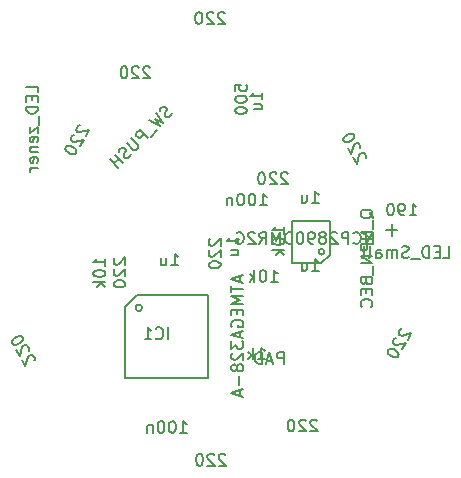
<source format=gbr>
G04 #@! TF.FileFunction,Other,Fab,Bot*
%FSLAX46Y46*%
G04 Gerber Fmt 4.6, Leading zero omitted, Abs format (unit mm)*
G04 Created by KiCad (PCBNEW 4.0.4+dfsg1-stable) date Thu Jan 19 15:29:11 2017*
%MOMM*%
%LPD*%
G01*
G04 APERTURE LIST*
%ADD10C,0.100000*%
%ADD11C,0.150000*%
G04 APERTURE END LIST*
D10*
D11*
X15683800Y635000D02*
X14683800Y635000D01*
X15183800Y1135000D02*
X15183800Y135000D01*
X-5940657Y-5956600D02*
G75*
G03X-5940657Y-5956600I-282843J0D01*
G01*
X-7373500Y-5856600D02*
X-7373500Y-11856600D01*
X-7373500Y-11856600D02*
X-373500Y-11856600D01*
X-373500Y-11856600D02*
X-373500Y-4856600D01*
X-373500Y-4856600D02*
X-6373500Y-4856600D01*
X-6373500Y-4856600D02*
X-7373500Y-5856600D01*
X6729600Y-2142900D02*
X9229600Y-2142900D01*
X6729600Y-2142900D02*
X6729600Y1407100D01*
X6729600Y1407100D02*
X9929600Y1407100D01*
X9929600Y1407100D02*
X9929600Y-1442900D01*
X9929600Y-1442900D02*
X9229600Y-2142900D01*
X9503600Y-1212900D02*
G75*
G03X9503600Y-1212900I-254000J0D01*
G01*
X-198381Y-118265D02*
X-246000Y-165884D01*
X-293619Y-261122D01*
X-293619Y-499218D01*
X-246000Y-594456D01*
X-198381Y-642075D01*
X-103143Y-689694D01*
X-7905Y-689694D01*
X134952Y-642075D01*
X706381Y-70646D01*
X706381Y-689694D01*
X-198381Y-1070646D02*
X-246000Y-1118265D01*
X-293619Y-1213503D01*
X-293619Y-1451599D01*
X-246000Y-1546837D01*
X-198381Y-1594456D01*
X-103143Y-1642075D01*
X-7905Y-1642075D01*
X134952Y-1594456D01*
X706381Y-1023027D01*
X706381Y-1642075D01*
X-293619Y-2261122D02*
X-293619Y-2356361D01*
X-246000Y-2451599D01*
X-198381Y-2499218D01*
X-103143Y-2546837D01*
X87333Y-2594456D01*
X325429Y-2594456D01*
X515905Y-2546837D01*
X611143Y-2499218D01*
X658762Y-2451599D01*
X706381Y-2356361D01*
X706381Y-2261122D01*
X658762Y-2165884D01*
X611143Y-2118265D01*
X515905Y-2070646D01*
X325429Y-2023027D01*
X87333Y-2023027D01*
X-103143Y-2070646D01*
X-198381Y-2118265D01*
X-246000Y-2165884D01*
X-293619Y-2261122D01*
X13651479Y1623272D02*
X13603860Y1718510D01*
X13508622Y1813748D01*
X13365765Y1956605D01*
X13318146Y2051844D01*
X13318146Y2147082D01*
X13556241Y2099463D02*
X13508622Y2194701D01*
X13413384Y2289939D01*
X13222908Y2337558D01*
X12889574Y2337558D01*
X12699098Y2289939D01*
X12603860Y2194701D01*
X12556241Y2099463D01*
X12556241Y1908986D01*
X12603860Y1813748D01*
X12699098Y1718510D01*
X12889574Y1670891D01*
X13222908Y1670891D01*
X13413384Y1718510D01*
X13508622Y1813748D01*
X13556241Y1908986D01*
X13556241Y2099463D01*
X13651479Y1480415D02*
X13651479Y718510D01*
X13556241Y480415D02*
X12556241Y480415D01*
X13556241Y-91014D01*
X12556241Y-91014D01*
X13556241Y-567204D02*
X12556241Y-567204D01*
X12556241Y-948157D01*
X12603860Y-1043395D01*
X12651479Y-1091014D01*
X12746717Y-1138633D01*
X12889574Y-1138633D01*
X12984812Y-1091014D01*
X13032431Y-1043395D01*
X13080050Y-948157D01*
X13080050Y-567204D01*
X13556241Y-1567204D02*
X12556241Y-1567204D01*
X13556241Y-2138633D01*
X12556241Y-2138633D01*
X13651479Y-2376728D02*
X13651479Y-3138633D01*
X13032431Y-3710062D02*
X13080050Y-3852919D01*
X13127670Y-3900538D01*
X13222908Y-3948157D01*
X13365765Y-3948157D01*
X13461003Y-3900538D01*
X13508622Y-3852919D01*
X13556241Y-3757681D01*
X13556241Y-3376728D01*
X12556241Y-3376728D01*
X12556241Y-3710062D01*
X12603860Y-3805300D01*
X12651479Y-3852919D01*
X12746717Y-3900538D01*
X12841955Y-3900538D01*
X12937193Y-3852919D01*
X12984812Y-3805300D01*
X13032431Y-3710062D01*
X13032431Y-3376728D01*
X13032431Y-4376728D02*
X13032431Y-4710062D01*
X13556241Y-4852919D02*
X13556241Y-4376728D01*
X12556241Y-4376728D01*
X12556241Y-4852919D01*
X13461003Y-5852919D02*
X13508622Y-5805300D01*
X13556241Y-5662443D01*
X13556241Y-5567205D01*
X13508622Y-5424347D01*
X13413384Y-5329109D01*
X13318146Y-5281490D01*
X13127670Y-5233871D01*
X12984812Y-5233871D01*
X12794336Y-5281490D01*
X12699098Y-5329109D01*
X12603860Y-5424347D01*
X12556241Y-5567205D01*
X12556241Y-5662443D01*
X12603860Y-5805300D01*
X12651479Y-5852919D01*
X4196341Y11695726D02*
X4196341Y12267155D01*
X4196341Y11981441D02*
X3196341Y11981441D01*
X3339198Y12076679D01*
X3434436Y12171917D01*
X3482055Y12267155D01*
X3529674Y10838583D02*
X4196341Y10838583D01*
X3529674Y11267155D02*
X4053484Y11267155D01*
X4148722Y11219536D01*
X4196341Y11124298D01*
X4196341Y10981440D01*
X4148722Y10886202D01*
X4101103Y10838583D01*
X4029887Y2714999D02*
X4601316Y2714999D01*
X4315602Y2714999D02*
X4315602Y3714999D01*
X4410840Y3572142D01*
X4506078Y3476904D01*
X4601316Y3429285D01*
X3410840Y3714999D02*
X3315601Y3714999D01*
X3220363Y3667380D01*
X3172744Y3619761D01*
X3125125Y3524523D01*
X3077506Y3334047D01*
X3077506Y3095951D01*
X3125125Y2905475D01*
X3172744Y2810237D01*
X3220363Y2762618D01*
X3315601Y2714999D01*
X3410840Y2714999D01*
X3506078Y2762618D01*
X3553697Y2810237D01*
X3601316Y2905475D01*
X3648935Y3095951D01*
X3648935Y3334047D01*
X3601316Y3524523D01*
X3553697Y3619761D01*
X3506078Y3667380D01*
X3410840Y3714999D01*
X2458459Y3714999D02*
X2363220Y3714999D01*
X2267982Y3667380D01*
X2220363Y3619761D01*
X2172744Y3524523D01*
X2125125Y3334047D01*
X2125125Y3095951D01*
X2172744Y2905475D01*
X2220363Y2810237D01*
X2267982Y2762618D01*
X2363220Y2714999D01*
X2458459Y2714999D01*
X2553697Y2762618D01*
X2601316Y2810237D01*
X2648935Y2905475D01*
X2696554Y3095951D01*
X2696554Y3334047D01*
X2648935Y3524523D01*
X2601316Y3619761D01*
X2553697Y3667380D01*
X2458459Y3714999D01*
X1696554Y3381666D02*
X1696554Y2714999D01*
X1696554Y3286428D02*
X1648935Y3334047D01*
X1553697Y3381666D01*
X1410839Y3381666D01*
X1315601Y3334047D01*
X1267982Y3238809D01*
X1267982Y2714999D01*
X8454686Y-2814501D02*
X9026115Y-2814501D01*
X8740401Y-2814501D02*
X8740401Y-1814501D01*
X8835639Y-1957358D01*
X8930877Y-2052596D01*
X9026115Y-2100215D01*
X7597543Y-2147834D02*
X7597543Y-2814501D01*
X8026115Y-2147834D02*
X8026115Y-2671644D01*
X7978496Y-2766882D01*
X7883258Y-2814501D01*
X7740400Y-2814501D01*
X7645162Y-2766882D01*
X7597543Y-2719263D01*
X8436906Y2925819D02*
X9008335Y2925819D01*
X8722621Y2925819D02*
X8722621Y3925819D01*
X8817859Y3782962D01*
X8913097Y3687724D01*
X9008335Y3640105D01*
X7579763Y3592486D02*
X7579763Y2925819D01*
X8008335Y3592486D02*
X8008335Y3068676D01*
X7960716Y2973438D01*
X7865478Y2925819D01*
X7722620Y2925819D01*
X7627382Y2973438D01*
X7579763Y3021057D01*
X-3465534Y-2365001D02*
X-2894105Y-2365001D01*
X-3179819Y-2365001D02*
X-3179819Y-1365001D01*
X-3084581Y-1507858D01*
X-2989343Y-1603096D01*
X-2894105Y-1650715D01*
X-4322677Y-1698334D02*
X-4322677Y-2365001D01*
X-3894105Y-1698334D02*
X-3894105Y-2222144D01*
X-3941724Y-2317382D01*
X-4036962Y-2365001D01*
X-4179820Y-2365001D01*
X-4275058Y-2317382D01*
X-4322677Y-2269763D01*
X3870627Y-10320281D02*
X4442056Y-10320281D01*
X4156342Y-10320281D02*
X4156342Y-9320281D01*
X4251580Y-9463138D01*
X4346818Y-9558376D01*
X4442056Y-9605995D01*
X3442056Y-10320281D02*
X3442056Y-9320281D01*
X3346818Y-9939329D02*
X3061103Y-10320281D01*
X3061103Y-9653614D02*
X3442056Y-10034567D01*
X6373975Y5418081D02*
X6326356Y5465700D01*
X6231118Y5513319D01*
X5993022Y5513319D01*
X5897784Y5465700D01*
X5850165Y5418081D01*
X5802546Y5322843D01*
X5802546Y5227605D01*
X5850165Y5084748D01*
X6421594Y4513319D01*
X5802546Y4513319D01*
X5421594Y5418081D02*
X5373975Y5465700D01*
X5278737Y5513319D01*
X5040641Y5513319D01*
X4945403Y5465700D01*
X4897784Y5418081D01*
X4850165Y5322843D01*
X4850165Y5227605D01*
X4897784Y5084748D01*
X5469213Y4513319D01*
X4850165Y4513319D01*
X4231118Y5513319D02*
X4135879Y5513319D01*
X4040641Y5465700D01*
X3993022Y5418081D01*
X3945403Y5322843D01*
X3897784Y5132367D01*
X3897784Y4894271D01*
X3945403Y4703795D01*
X3993022Y4608557D01*
X4040641Y4560938D01*
X4135879Y4513319D01*
X4231118Y4513319D01*
X4326356Y4560938D01*
X4373975Y4608557D01*
X4421594Y4703795D01*
X4469213Y4894271D01*
X4469213Y5132367D01*
X4421594Y5322843D01*
X4373975Y5418081D01*
X4326356Y5465700D01*
X4231118Y5513319D01*
X16701686Y1871719D02*
X17273115Y1871719D01*
X16987401Y1871719D02*
X16987401Y2871719D01*
X17082639Y2728862D01*
X17177877Y2633624D01*
X17273115Y2586005D01*
X16225496Y1871719D02*
X16035020Y1871719D01*
X15939781Y1919338D01*
X15892162Y1966957D01*
X15796924Y2109814D01*
X15749305Y2300290D01*
X15749305Y2681243D01*
X15796924Y2776481D01*
X15844543Y2824100D01*
X15939781Y2871719D01*
X16130258Y2871719D01*
X16225496Y2824100D01*
X16273115Y2776481D01*
X16320734Y2681243D01*
X16320734Y2443148D01*
X16273115Y2347910D01*
X16225496Y2300290D01*
X16130258Y2252671D01*
X15939781Y2252671D01*
X15844543Y2300290D01*
X15796924Y2347910D01*
X15749305Y2443148D01*
X15130258Y2871719D02*
X15035019Y2871719D01*
X14939781Y2824100D01*
X14892162Y2776481D01*
X14844543Y2681243D01*
X14796924Y2490767D01*
X14796924Y2252671D01*
X14844543Y2062195D01*
X14892162Y1966957D01*
X14939781Y1919338D01*
X15035019Y1871719D01*
X15130258Y1871719D01*
X15225496Y1919338D01*
X15273115Y1966957D01*
X15320734Y2062195D01*
X15368353Y2252671D01*
X15368353Y2490767D01*
X15320734Y2681243D01*
X15273115Y2776481D01*
X15225496Y2824100D01*
X15130258Y2871719D01*
X1921261Y12423685D02*
X1921261Y12899876D01*
X2397451Y12947495D01*
X2349832Y12899876D01*
X2302213Y12804638D01*
X2302213Y12566542D01*
X2349832Y12471304D01*
X2397451Y12423685D01*
X2492690Y12376066D01*
X2730785Y12376066D01*
X2826023Y12423685D01*
X2873642Y12471304D01*
X2921261Y12566542D01*
X2921261Y12804638D01*
X2873642Y12899876D01*
X2826023Y12947495D01*
X1921261Y11757019D02*
X1921261Y11661780D01*
X1968880Y11566542D01*
X2016499Y11518923D01*
X2111737Y11471304D01*
X2302213Y11423685D01*
X2540309Y11423685D01*
X2730785Y11471304D01*
X2826023Y11518923D01*
X2873642Y11566542D01*
X2921261Y11661780D01*
X2921261Y11757019D01*
X2873642Y11852257D01*
X2826023Y11899876D01*
X2730785Y11947495D01*
X2540309Y11995114D01*
X2302213Y11995114D01*
X2111737Y11947495D01*
X2016499Y11899876D01*
X1968880Y11852257D01*
X1921261Y11757019D01*
X1921261Y10804638D02*
X1921261Y10709399D01*
X1968880Y10614161D01*
X2016499Y10566542D01*
X2111737Y10518923D01*
X2302213Y10471304D01*
X2540309Y10471304D01*
X2730785Y10518923D01*
X2826023Y10566542D01*
X2873642Y10614161D01*
X2921261Y10709399D01*
X2921261Y10804638D01*
X2873642Y10899876D01*
X2826023Y10947495D01*
X2730785Y10995114D01*
X2540309Y11042733D01*
X2302213Y11042733D01*
X2111737Y10995114D01*
X2016499Y10947495D01*
X1968880Y10899876D01*
X1921261Y10804638D01*
X1042515Y18979141D02*
X994896Y19026760D01*
X899658Y19074379D01*
X661562Y19074379D01*
X566324Y19026760D01*
X518705Y18979141D01*
X471086Y18883903D01*
X471086Y18788665D01*
X518705Y18645808D01*
X1090134Y18074379D01*
X471086Y18074379D01*
X90134Y18979141D02*
X42515Y19026760D01*
X-52723Y19074379D01*
X-290819Y19074379D01*
X-386057Y19026760D01*
X-433676Y18979141D01*
X-481295Y18883903D01*
X-481295Y18788665D01*
X-433676Y18645808D01*
X137753Y18074379D01*
X-481295Y18074379D01*
X-1100342Y19074379D02*
X-1195581Y19074379D01*
X-1290819Y19026760D01*
X-1338438Y18979141D01*
X-1386057Y18883903D01*
X-1433676Y18693427D01*
X-1433676Y18455331D01*
X-1386057Y18264855D01*
X-1338438Y18169617D01*
X-1290819Y18121998D01*
X-1195581Y18074379D01*
X-1100342Y18074379D01*
X-1005104Y18121998D01*
X-957485Y18169617D01*
X-909866Y18264855D01*
X-862247Y18455331D01*
X-862247Y18693427D01*
X-909866Y18883903D01*
X-957485Y18979141D01*
X-1005104Y19026760D01*
X-1100342Y19074379D01*
X4953878Y-3751841D02*
X5525307Y-3751841D01*
X5239593Y-3751841D02*
X5239593Y-2751841D01*
X5334831Y-2894698D01*
X5430069Y-2989936D01*
X5525307Y-3037555D01*
X4334831Y-2751841D02*
X4239592Y-2751841D01*
X4144354Y-2799460D01*
X4096735Y-2847079D01*
X4049116Y-2942317D01*
X4001497Y-3132793D01*
X4001497Y-3370889D01*
X4049116Y-3561365D01*
X4096735Y-3656603D01*
X4144354Y-3704222D01*
X4239592Y-3751841D01*
X4334831Y-3751841D01*
X4430069Y-3704222D01*
X4477688Y-3656603D01*
X4525307Y-3561365D01*
X4572926Y-3370889D01*
X4572926Y-3132793D01*
X4525307Y-2942317D01*
X4477688Y-2847079D01*
X4430069Y-2799460D01*
X4334831Y-2751841D01*
X3572926Y-3751841D02*
X3572926Y-2751841D01*
X3477688Y-3370889D02*
X3191973Y-3751841D01*
X3191973Y-3085174D02*
X3572926Y-3466127D01*
X-11217966Y9515312D02*
X-11283015Y9497882D01*
X-11371873Y9439213D01*
X-11490921Y9233016D01*
X-11497301Y9126728D01*
X-11479871Y9061679D01*
X-11421202Y8972821D01*
X-11338723Y8925202D01*
X-11191196Y8895013D01*
X-10410610Y9104170D01*
X-10720134Y8568059D01*
X-11694156Y8690526D02*
X-11759205Y8673096D01*
X-11848063Y8614427D01*
X-11967111Y8408230D01*
X-11973491Y8301942D01*
X-11956061Y8236893D01*
X-11897392Y8148035D01*
X-11814914Y8100416D01*
X-11667387Y8070227D01*
X-10886800Y8279384D01*
X-11196324Y7743273D01*
X-12371873Y7707163D02*
X-12419492Y7624683D01*
X-12425872Y7518395D01*
X-12408442Y7453346D01*
X-12349773Y7364488D01*
X-12208626Y7228011D01*
X-12002429Y7108963D01*
X-11813662Y7054964D01*
X-11707374Y7048584D01*
X-11642325Y7066014D01*
X-11553467Y7124683D01*
X-11505848Y7207163D01*
X-11499468Y7313451D01*
X-11516898Y7378499D01*
X-11575567Y7467358D01*
X-11716714Y7603835D01*
X-11922911Y7722883D01*
X-12111678Y7776882D01*
X-12217966Y7783261D01*
X-12283015Y7765832D01*
X-12371873Y7707163D01*
X-15056819Y-10399590D02*
X-15039389Y-10334541D01*
X-15045769Y-10228253D01*
X-15164817Y-10022056D01*
X-15253675Y-9963387D01*
X-15318724Y-9945957D01*
X-15425012Y-9952337D01*
X-15507491Y-9999956D01*
X-15607399Y-10112624D01*
X-15816556Y-10893210D01*
X-16126080Y-10357099D01*
X-15533010Y-9574804D02*
X-15515580Y-9509755D01*
X-15521960Y-9403467D01*
X-15641008Y-9197270D01*
X-15729866Y-9138601D01*
X-15794915Y-9121171D01*
X-15901203Y-9127551D01*
X-15983681Y-9175170D01*
X-16083589Y-9287838D01*
X-16292747Y-10068424D01*
X-16602271Y-9532313D01*
X-16045769Y-8496203D02*
X-16093389Y-8413723D01*
X-16182247Y-8355054D01*
X-16247296Y-8337624D01*
X-16353584Y-8344004D01*
X-16542350Y-8398003D01*
X-16748547Y-8517051D01*
X-16889695Y-8653528D01*
X-16948364Y-8742386D01*
X-16965794Y-8807435D01*
X-16959414Y-8913723D01*
X-16911794Y-8996203D01*
X-16822936Y-9054872D01*
X-16757887Y-9072301D01*
X-16651599Y-9065922D01*
X-16462833Y-9011923D01*
X-16256636Y-8892875D01*
X-16115488Y-8756398D01*
X-16056819Y-8667539D01*
X-16039389Y-8602491D01*
X-16045769Y-8496203D01*
X-8252721Y-1731165D02*
X-8300340Y-1778784D01*
X-8347959Y-1874022D01*
X-8347959Y-2112118D01*
X-8300340Y-2207356D01*
X-8252721Y-2254975D01*
X-8157483Y-2302594D01*
X-8062245Y-2302594D01*
X-7919388Y-2254975D01*
X-7347959Y-1683546D01*
X-7347959Y-2302594D01*
X-8252721Y-2683546D02*
X-8300340Y-2731165D01*
X-8347959Y-2826403D01*
X-8347959Y-3064499D01*
X-8300340Y-3159737D01*
X-8252721Y-3207356D01*
X-8157483Y-3254975D01*
X-8062245Y-3254975D01*
X-7919388Y-3207356D01*
X-7347959Y-2635927D01*
X-7347959Y-3254975D01*
X-8347959Y-3874022D02*
X-8347959Y-3969261D01*
X-8300340Y-4064499D01*
X-8252721Y-4112118D01*
X-8157483Y-4159737D01*
X-7967007Y-4207356D01*
X-7728911Y-4207356D01*
X-7538435Y-4159737D01*
X-7443197Y-4112118D01*
X-7395578Y-4064499D01*
X-7347959Y-3969261D01*
X-7347959Y-3874022D01*
X-7395578Y-3778784D01*
X-7443197Y-3731165D01*
X-7538435Y-3683546D01*
X-7728911Y-3635927D01*
X-7967007Y-3635927D01*
X-8157483Y-3683546D01*
X-8252721Y-3731165D01*
X-8300340Y-3778784D01*
X-8347959Y-3874022D01*
X1118715Y-18417279D02*
X1071096Y-18369660D01*
X975858Y-18322041D01*
X737762Y-18322041D01*
X642524Y-18369660D01*
X594905Y-18417279D01*
X547286Y-18512517D01*
X547286Y-18607755D01*
X594905Y-18750612D01*
X1166334Y-19322041D01*
X547286Y-19322041D01*
X166334Y-18417279D02*
X118715Y-18369660D01*
X23477Y-18322041D01*
X-214619Y-18322041D01*
X-309857Y-18369660D01*
X-357476Y-18417279D01*
X-405095Y-18512517D01*
X-405095Y-18607755D01*
X-357476Y-18750612D01*
X213953Y-19322041D01*
X-405095Y-19322041D01*
X-1024142Y-18322041D02*
X-1119381Y-18322041D01*
X-1214619Y-18369660D01*
X-1262238Y-18417279D01*
X-1309857Y-18512517D01*
X-1357476Y-18702993D01*
X-1357476Y-18941089D01*
X-1309857Y-19131565D01*
X-1262238Y-19226803D01*
X-1214619Y-19274422D01*
X-1119381Y-19322041D01*
X-1024142Y-19322041D01*
X-928904Y-19274422D01*
X-881285Y-19226803D01*
X-833666Y-19131565D01*
X-786047Y-18941089D01*
X-786047Y-18702993D01*
X-833666Y-18512517D01*
X-881285Y-18417279D01*
X-928904Y-18369660D01*
X-1024142Y-18322041D01*
X6096261Y313298D02*
X6096261Y884727D01*
X6096261Y599013D02*
X5096261Y599013D01*
X5239118Y694251D01*
X5334356Y789489D01*
X5381975Y884727D01*
X5096261Y-305749D02*
X5096261Y-400988D01*
X5143880Y-496226D01*
X5191499Y-543845D01*
X5286737Y-591464D01*
X5477213Y-639083D01*
X5715309Y-639083D01*
X5905785Y-591464D01*
X6001023Y-543845D01*
X6048642Y-496226D01*
X6096261Y-400988D01*
X6096261Y-305749D01*
X6048642Y-210511D01*
X6001023Y-162892D01*
X5905785Y-115273D01*
X5715309Y-67654D01*
X5477213Y-67654D01*
X5286737Y-115273D01*
X5191499Y-162892D01*
X5143880Y-210511D01*
X5096261Y-305749D01*
X6096261Y-1067654D02*
X5096261Y-1067654D01*
X5715309Y-1162892D02*
X6096261Y-1448607D01*
X5429594Y-1448607D02*
X5810547Y-1067654D01*
X-9072619Y-2394342D02*
X-9072619Y-1822913D01*
X-9072619Y-2108627D02*
X-10072619Y-2108627D01*
X-9929762Y-2013389D01*
X-9834524Y-1918151D01*
X-9786905Y-1822913D01*
X-10072619Y-3013389D02*
X-10072619Y-3108628D01*
X-10025000Y-3203866D01*
X-9977381Y-3251485D01*
X-9882143Y-3299104D01*
X-9691667Y-3346723D01*
X-9453571Y-3346723D01*
X-9263095Y-3299104D01*
X-9167857Y-3251485D01*
X-9120238Y-3203866D01*
X-9072619Y-3108628D01*
X-9072619Y-3013389D01*
X-9120238Y-2918151D01*
X-9167857Y-2870532D01*
X-9263095Y-2822913D01*
X-9453571Y-2775294D01*
X-9691667Y-2775294D01*
X-9882143Y-2822913D01*
X-9977381Y-2870532D01*
X-10025000Y-2918151D01*
X-10072619Y-3013389D01*
X-9072619Y-3775294D02*
X-10072619Y-3775294D01*
X-9453571Y-3870532D02*
X-9072619Y-4156247D01*
X-9739286Y-4156247D02*
X-9358333Y-3775294D01*
X16054014Y-7688108D02*
X15988965Y-7705538D01*
X15900107Y-7764207D01*
X15781059Y-7970404D01*
X15774679Y-8076692D01*
X15792109Y-8141741D01*
X15850778Y-8230599D01*
X15933257Y-8278218D01*
X16080784Y-8308407D01*
X16861370Y-8099250D01*
X16551846Y-8635361D01*
X15577824Y-8512894D02*
X15512775Y-8530324D01*
X15423917Y-8588993D01*
X15304869Y-8795190D01*
X15298489Y-8901478D01*
X15315919Y-8966527D01*
X15374588Y-9055385D01*
X15457066Y-9103004D01*
X15604593Y-9133193D01*
X16385180Y-8924036D01*
X16075656Y-9460147D01*
X14900107Y-9496257D02*
X14852488Y-9578737D01*
X14846108Y-9685025D01*
X14863538Y-9750074D01*
X14922207Y-9838932D01*
X15063354Y-9975409D01*
X15269551Y-10094457D01*
X15458318Y-10148456D01*
X15564606Y-10154836D01*
X15629655Y-10137406D01*
X15718513Y-10078737D01*
X15766132Y-9996257D01*
X15772512Y-9889969D01*
X15755082Y-9824921D01*
X15696413Y-9736062D01*
X15555266Y-9599585D01*
X15349069Y-9480537D01*
X15160302Y-9426538D01*
X15054014Y-9420159D01*
X14988965Y-9437588D01*
X14900107Y-9496257D01*
X13009781Y6733329D02*
X13027211Y6798378D01*
X13020831Y6904666D01*
X12901783Y7110863D01*
X12812925Y7169532D01*
X12747876Y7186962D01*
X12641588Y7180582D01*
X12559109Y7132963D01*
X12459201Y7020295D01*
X12250044Y6239709D01*
X11940520Y6775820D01*
X12533590Y7558115D02*
X12551020Y7623164D01*
X12544640Y7729452D01*
X12425592Y7935649D01*
X12336734Y7994318D01*
X12271685Y8011748D01*
X12165397Y8005368D01*
X12082919Y7957749D01*
X11983011Y7845081D01*
X11773853Y7064495D01*
X11464329Y7600606D01*
X12020831Y8636716D02*
X11973211Y8719196D01*
X11884353Y8777865D01*
X11819304Y8795295D01*
X11713016Y8788915D01*
X11524250Y8734916D01*
X11318053Y8615868D01*
X11176905Y8479391D01*
X11118236Y8390533D01*
X11100806Y8325484D01*
X11107186Y8219196D01*
X11154806Y8136716D01*
X11243664Y8078047D01*
X11308713Y8060618D01*
X11415001Y8066997D01*
X11603767Y8120996D01*
X11809964Y8240044D01*
X11951112Y8376521D01*
X12009781Y8465380D01*
X12027211Y8530428D01*
X12020831Y8636716D01*
X8865715Y-15511519D02*
X8818096Y-15463900D01*
X8722858Y-15416281D01*
X8484762Y-15416281D01*
X8389524Y-15463900D01*
X8341905Y-15511519D01*
X8294286Y-15606757D01*
X8294286Y-15701995D01*
X8341905Y-15844852D01*
X8913334Y-16416281D01*
X8294286Y-16416281D01*
X7913334Y-15511519D02*
X7865715Y-15463900D01*
X7770477Y-15416281D01*
X7532381Y-15416281D01*
X7437143Y-15463900D01*
X7389524Y-15511519D01*
X7341905Y-15606757D01*
X7341905Y-15701995D01*
X7389524Y-15844852D01*
X7960953Y-16416281D01*
X7341905Y-16416281D01*
X6722858Y-15416281D02*
X6627619Y-15416281D01*
X6532381Y-15463900D01*
X6484762Y-15511519D01*
X6437143Y-15606757D01*
X6389524Y-15797233D01*
X6389524Y-16035329D01*
X6437143Y-16225805D01*
X6484762Y-16321043D01*
X6532381Y-16368662D01*
X6627619Y-16416281D01*
X6722858Y-16416281D01*
X6818096Y-16368662D01*
X6865715Y-16321043D01*
X6913334Y-16225805D01*
X6960953Y-16035329D01*
X6960953Y-15797233D01*
X6913334Y-15606757D01*
X6865715Y-15511519D01*
X6818096Y-15463900D01*
X6722858Y-15416281D01*
X-5277005Y14384281D02*
X-5324624Y14431900D01*
X-5419862Y14479519D01*
X-5657958Y14479519D01*
X-5753196Y14431900D01*
X-5800815Y14384281D01*
X-5848434Y14289043D01*
X-5848434Y14193805D01*
X-5800815Y14050948D01*
X-5229386Y13479519D01*
X-5848434Y13479519D01*
X-6229386Y14384281D02*
X-6277005Y14431900D01*
X-6372243Y14479519D01*
X-6610339Y14479519D01*
X-6705577Y14431900D01*
X-6753196Y14384281D01*
X-6800815Y14289043D01*
X-6800815Y14193805D01*
X-6753196Y14050948D01*
X-6181767Y13479519D01*
X-6800815Y13479519D01*
X-7419862Y14479519D02*
X-7515101Y14479519D01*
X-7610339Y14431900D01*
X-7657958Y14384281D01*
X-7705577Y14289043D01*
X-7753196Y14098567D01*
X-7753196Y13860471D01*
X-7705577Y13669995D01*
X-7657958Y13574757D01*
X-7610339Y13527138D01*
X-7515101Y13479519D01*
X-7419862Y13479519D01*
X-7324624Y13527138D01*
X-7277005Y13574757D01*
X-7229386Y13669995D01*
X-7181767Y13860471D01*
X-7181767Y14098567D01*
X-7229386Y14289043D01*
X-7277005Y14384281D01*
X-7324624Y14431900D01*
X-7419862Y14479519D01*
X2212601Y-590254D02*
X2212601Y-18825D01*
X2212601Y-304539D02*
X1212601Y-304539D01*
X1355458Y-209301D01*
X1450696Y-114063D01*
X1498315Y-18825D01*
X1545934Y-1447397D02*
X2212601Y-1447397D01*
X1545934Y-1018825D02*
X2069744Y-1018825D01*
X2164982Y-1066444D01*
X2212601Y-1161682D01*
X2212601Y-1304540D01*
X2164982Y-1399778D01*
X2117363Y-1447397D01*
X-3419997Y10512467D02*
X-3487340Y10377780D01*
X-3655700Y10209421D01*
X-3756715Y10175749D01*
X-3824058Y10175749D01*
X-3925073Y10209421D01*
X-3992417Y10276764D01*
X-4026089Y10377780D01*
X-4026089Y10445123D01*
X-3992418Y10546139D01*
X-3891402Y10714498D01*
X-3857730Y10815513D01*
X-3857730Y10882857D01*
X-3891402Y10983872D01*
X-3958745Y11051215D01*
X-4059760Y11084887D01*
X-4127104Y11084887D01*
X-4228119Y11051215D01*
X-4396478Y10882856D01*
X-4463822Y10748169D01*
X-4733195Y10546139D02*
X-4194447Y9670674D01*
X-4834211Y10041062D01*
X-4463822Y9401299D01*
X-5339287Y9940047D01*
X-4665852Y9064582D02*
X-5204600Y8525834D01*
X-5440302Y8424819D02*
X-6147409Y9131925D01*
X-6416783Y8862551D01*
X-6450455Y8761536D01*
X-6450455Y8694192D01*
X-6416783Y8593177D01*
X-6315768Y8492162D01*
X-6214753Y8458490D01*
X-6147410Y8458490D01*
X-6046394Y8492162D01*
X-5777020Y8761536D01*
X-6854516Y8424819D02*
X-6282096Y7852399D01*
X-6248424Y7751384D01*
X-6248424Y7684040D01*
X-6282096Y7583025D01*
X-6416783Y7448337D01*
X-6517798Y7414666D01*
X-6585142Y7414666D01*
X-6686157Y7448337D01*
X-7258577Y8020757D01*
X-6888187Y7044277D02*
X-6955531Y6909590D01*
X-7123890Y6741231D01*
X-7224905Y6707559D01*
X-7292249Y6707559D01*
X-7393264Y6741231D01*
X-7460607Y6808574D01*
X-7494279Y6909589D01*
X-7494279Y6976933D01*
X-7460608Y7077948D01*
X-7359592Y7246308D01*
X-7325920Y7347323D01*
X-7325920Y7414666D01*
X-7359592Y7515681D01*
X-7426936Y7583025D01*
X-7527951Y7616697D01*
X-7595294Y7616697D01*
X-7696309Y7583025D01*
X-7864669Y7414666D01*
X-7932012Y7279979D01*
X-7561622Y6303498D02*
X-8268729Y7010605D01*
X-7932012Y6673888D02*
X-8336073Y6269827D01*
X-7965684Y5899437D02*
X-8672791Y6606544D01*
X6034256Y-10698741D02*
X6034256Y-9698741D01*
X5653303Y-9698741D01*
X5558065Y-9746360D01*
X5510446Y-9793979D01*
X5462827Y-9889217D01*
X5462827Y-10032074D01*
X5510446Y-10127312D01*
X5558065Y-10174931D01*
X5653303Y-10222550D01*
X6034256Y-10222550D01*
X5081875Y-10413027D02*
X4605684Y-10413027D01*
X5177113Y-10698741D02*
X4843780Y-9698741D01*
X4510446Y-10698741D01*
X4177113Y-10698741D02*
X4177113Y-9698741D01*
X3939018Y-9698741D01*
X3796160Y-9746360D01*
X3700922Y-9841598D01*
X3653303Y-9936836D01*
X3605684Y-10127312D01*
X3605684Y-10270170D01*
X3653303Y-10460646D01*
X3700922Y-10555884D01*
X3796160Y-10651122D01*
X3939018Y-10698741D01*
X4177113Y-10698741D01*
X19576657Y-1717381D02*
X20052848Y-1717381D01*
X20052848Y-717381D01*
X19243324Y-1193571D02*
X18909990Y-1193571D01*
X18767133Y-1717381D02*
X19243324Y-1717381D01*
X19243324Y-717381D01*
X18767133Y-717381D01*
X18338562Y-1717381D02*
X18338562Y-717381D01*
X18100467Y-717381D01*
X17957609Y-765000D01*
X17862371Y-860238D01*
X17814752Y-955476D01*
X17767133Y-1145952D01*
X17767133Y-1288810D01*
X17814752Y-1479286D01*
X17862371Y-1574524D01*
X17957609Y-1669762D01*
X18100467Y-1717381D01*
X18338562Y-1717381D01*
X17576657Y-1812619D02*
X16814752Y-1812619D01*
X16624276Y-1669762D02*
X16481419Y-1717381D01*
X16243323Y-1717381D01*
X16148085Y-1669762D01*
X16100466Y-1622143D01*
X16052847Y-1526905D01*
X16052847Y-1431667D01*
X16100466Y-1336429D01*
X16148085Y-1288810D01*
X16243323Y-1241190D01*
X16433800Y-1193571D01*
X16529038Y-1145952D01*
X16576657Y-1098333D01*
X16624276Y-1003095D01*
X16624276Y-907857D01*
X16576657Y-812619D01*
X16529038Y-765000D01*
X16433800Y-717381D01*
X16195704Y-717381D01*
X16052847Y-765000D01*
X15624276Y-1717381D02*
X15624276Y-1050714D01*
X15624276Y-1145952D02*
X15576657Y-1098333D01*
X15481419Y-1050714D01*
X15338561Y-1050714D01*
X15243323Y-1098333D01*
X15195704Y-1193571D01*
X15195704Y-1717381D01*
X15195704Y-1193571D02*
X15148085Y-1098333D01*
X15052847Y-1050714D01*
X14909990Y-1050714D01*
X14814752Y-1098333D01*
X14767133Y-1193571D01*
X14767133Y-1717381D01*
X13862371Y-1717381D02*
X13862371Y-1193571D01*
X13909990Y-1098333D01*
X14005228Y-1050714D01*
X14195705Y-1050714D01*
X14290943Y-1098333D01*
X13862371Y-1669762D02*
X13957609Y-1717381D01*
X14195705Y-1717381D01*
X14290943Y-1669762D01*
X14338562Y-1574524D01*
X14338562Y-1479286D01*
X14290943Y-1384048D01*
X14195705Y-1336429D01*
X13957609Y-1336429D01*
X13862371Y-1288810D01*
X13243324Y-1717381D02*
X13338562Y-1669762D01*
X13386181Y-1574524D01*
X13386181Y-717381D01*
X12719514Y-1717381D02*
X12814752Y-1669762D01*
X12862371Y-1574524D01*
X12862371Y-717381D01*
X-2723973Y-16530661D02*
X-2152544Y-16530661D01*
X-2438258Y-16530661D02*
X-2438258Y-15530661D01*
X-2343020Y-15673518D01*
X-2247782Y-15768756D01*
X-2152544Y-15816375D01*
X-3343020Y-15530661D02*
X-3438259Y-15530661D01*
X-3533497Y-15578280D01*
X-3581116Y-15625899D01*
X-3628735Y-15721137D01*
X-3676354Y-15911613D01*
X-3676354Y-16149709D01*
X-3628735Y-16340185D01*
X-3581116Y-16435423D01*
X-3533497Y-16483042D01*
X-3438259Y-16530661D01*
X-3343020Y-16530661D01*
X-3247782Y-16483042D01*
X-3200163Y-16435423D01*
X-3152544Y-16340185D01*
X-3104925Y-16149709D01*
X-3104925Y-15911613D01*
X-3152544Y-15721137D01*
X-3200163Y-15625899D01*
X-3247782Y-15578280D01*
X-3343020Y-15530661D01*
X-4295401Y-15530661D02*
X-4390640Y-15530661D01*
X-4485878Y-15578280D01*
X-4533497Y-15625899D01*
X-4581116Y-15721137D01*
X-4628735Y-15911613D01*
X-4628735Y-16149709D01*
X-4581116Y-16340185D01*
X-4533497Y-16435423D01*
X-4485878Y-16483042D01*
X-4390640Y-16530661D01*
X-4295401Y-16530661D01*
X-4200163Y-16483042D01*
X-4152544Y-16435423D01*
X-4104925Y-16340185D01*
X-4057306Y-16149709D01*
X-4057306Y-15911613D01*
X-4104925Y-15721137D01*
X-4152544Y-15625899D01*
X-4200163Y-15578280D01*
X-4295401Y-15530661D01*
X-5057306Y-15863994D02*
X-5057306Y-16530661D01*
X-5057306Y-15959232D02*
X-5104925Y-15911613D01*
X-5200163Y-15863994D01*
X-5343021Y-15863994D01*
X-5438259Y-15911613D01*
X-5485878Y-16006851D01*
X-5485878Y-16530661D01*
X-14759639Y12298839D02*
X-14759639Y12775030D01*
X-15759639Y12775030D01*
X-15283449Y11965506D02*
X-15283449Y11632172D01*
X-14759639Y11489315D02*
X-14759639Y11965506D01*
X-15759639Y11965506D01*
X-15759639Y11489315D01*
X-14759639Y11060744D02*
X-15759639Y11060744D01*
X-15759639Y10822649D01*
X-15712020Y10679791D01*
X-15616782Y10584553D01*
X-15521544Y10536934D01*
X-15331068Y10489315D01*
X-15188210Y10489315D01*
X-14997734Y10536934D01*
X-14902496Y10584553D01*
X-14807258Y10679791D01*
X-14759639Y10822649D01*
X-14759639Y11060744D01*
X-14664401Y10298839D02*
X-14664401Y9536934D01*
X-15426306Y9394077D02*
X-15426306Y8870267D01*
X-14759639Y9394077D01*
X-14759639Y8870267D01*
X-14807258Y8108362D02*
X-14759639Y8203600D01*
X-14759639Y8394077D01*
X-14807258Y8489315D01*
X-14902496Y8536934D01*
X-15283449Y8536934D01*
X-15378687Y8489315D01*
X-15426306Y8394077D01*
X-15426306Y8203600D01*
X-15378687Y8108362D01*
X-15283449Y8060743D01*
X-15188210Y8060743D01*
X-15092972Y8536934D01*
X-15426306Y7632172D02*
X-14759639Y7632172D01*
X-15331068Y7632172D02*
X-15378687Y7584553D01*
X-15426306Y7489315D01*
X-15426306Y7346457D01*
X-15378687Y7251219D01*
X-15283449Y7203600D01*
X-14759639Y7203600D01*
X-14807258Y6346457D02*
X-14759639Y6441695D01*
X-14759639Y6632172D01*
X-14807258Y6727410D01*
X-14902496Y6775029D01*
X-15283449Y6775029D01*
X-15378687Y6727410D01*
X-15426306Y6632172D01*
X-15426306Y6441695D01*
X-15378687Y6346457D01*
X-15283449Y6298838D01*
X-15188210Y6298838D01*
X-15092972Y6775029D01*
X-14759639Y5870267D02*
X-15426306Y5870267D01*
X-15235830Y5870267D02*
X-15331068Y5822648D01*
X-15378687Y5775029D01*
X-15426306Y5679791D01*
X-15426306Y5584552D01*
X2343167Y-3308981D02*
X2343167Y-3785172D01*
X2628881Y-3213743D02*
X1628881Y-3547076D01*
X2628881Y-3880410D01*
X1628881Y-4070886D02*
X1628881Y-4642315D01*
X2628881Y-4356600D02*
X1628881Y-4356600D01*
X2628881Y-4975648D02*
X1628881Y-4975648D01*
X2343167Y-5308982D01*
X1628881Y-5642315D01*
X2628881Y-5642315D01*
X2105071Y-6118505D02*
X2105071Y-6451839D01*
X2628881Y-6594696D02*
X2628881Y-6118505D01*
X1628881Y-6118505D01*
X1628881Y-6594696D01*
X1676500Y-7547077D02*
X1628881Y-7451839D01*
X1628881Y-7308982D01*
X1676500Y-7166124D01*
X1771738Y-7070886D01*
X1866976Y-7023267D01*
X2057452Y-6975648D01*
X2200310Y-6975648D01*
X2390786Y-7023267D01*
X2486024Y-7070886D01*
X2581262Y-7166124D01*
X2628881Y-7308982D01*
X2628881Y-7404220D01*
X2581262Y-7547077D01*
X2533643Y-7594696D01*
X2200310Y-7594696D01*
X2200310Y-7404220D01*
X2343167Y-7975648D02*
X2343167Y-8451839D01*
X2628881Y-7880410D02*
X1628881Y-8213743D01*
X2628881Y-8547077D01*
X1628881Y-8785172D02*
X1628881Y-9404220D01*
X2009833Y-9070886D01*
X2009833Y-9213744D01*
X2057452Y-9308982D01*
X2105071Y-9356601D01*
X2200310Y-9404220D01*
X2438405Y-9404220D01*
X2533643Y-9356601D01*
X2581262Y-9308982D01*
X2628881Y-9213744D01*
X2628881Y-8928029D01*
X2581262Y-8832791D01*
X2533643Y-8785172D01*
X1724119Y-9785172D02*
X1676500Y-9832791D01*
X1628881Y-9928029D01*
X1628881Y-10166125D01*
X1676500Y-10261363D01*
X1724119Y-10308982D01*
X1819357Y-10356601D01*
X1914595Y-10356601D01*
X2057452Y-10308982D01*
X2628881Y-9737553D01*
X2628881Y-10356601D01*
X2057452Y-10928029D02*
X2009833Y-10832791D01*
X1962214Y-10785172D01*
X1866976Y-10737553D01*
X1819357Y-10737553D01*
X1724119Y-10785172D01*
X1676500Y-10832791D01*
X1628881Y-10928029D01*
X1628881Y-11118506D01*
X1676500Y-11213744D01*
X1724119Y-11261363D01*
X1819357Y-11308982D01*
X1866976Y-11308982D01*
X1962214Y-11261363D01*
X2009833Y-11213744D01*
X2057452Y-11118506D01*
X2057452Y-10928029D01*
X2105071Y-10832791D01*
X2152690Y-10785172D01*
X2247929Y-10737553D01*
X2438405Y-10737553D01*
X2533643Y-10785172D01*
X2581262Y-10832791D01*
X2628881Y-10928029D01*
X2628881Y-11118506D01*
X2581262Y-11213744D01*
X2533643Y-11261363D01*
X2438405Y-11308982D01*
X2247929Y-11308982D01*
X2152690Y-11261363D01*
X2105071Y-11213744D01*
X2057452Y-11118506D01*
X2247929Y-11737553D02*
X2247929Y-12499458D01*
X2343167Y-12928029D02*
X2343167Y-13404220D01*
X2628881Y-12832791D02*
X1628881Y-13166124D01*
X2628881Y-13499458D01*
X-3722810Y-8618481D02*
X-3722810Y-7618481D01*
X-4770429Y-8523243D02*
X-4722810Y-8570862D01*
X-4579953Y-8618481D01*
X-4484715Y-8618481D01*
X-4341857Y-8570862D01*
X-4246619Y-8475624D01*
X-4199000Y-8380386D01*
X-4151381Y-8189910D01*
X-4151381Y-8047052D01*
X-4199000Y-7856576D01*
X-4246619Y-7761338D01*
X-4341857Y-7666100D01*
X-4484715Y-7618481D01*
X-4579953Y-7618481D01*
X-4722810Y-7666100D01*
X-4770429Y-7713719D01*
X-5722810Y-8618481D02*
X-5151381Y-8618481D01*
X-5437095Y-8618481D02*
X-5437095Y-7618481D01*
X-5341857Y-7761338D01*
X-5246619Y-7856576D01*
X-5151381Y-7904195D01*
X13567695Y-545281D02*
X13567695Y454719D01*
X12996266Y-545281D01*
X12996266Y454719D01*
X11948647Y-450043D02*
X11996266Y-497662D01*
X12139123Y-545281D01*
X12234361Y-545281D01*
X12377219Y-497662D01*
X12472457Y-402424D01*
X12520076Y-307186D01*
X12567695Y-116710D01*
X12567695Y26148D01*
X12520076Y216624D01*
X12472457Y311862D01*
X12377219Y407100D01*
X12234361Y454719D01*
X12139123Y454719D01*
X11996266Y407100D01*
X11948647Y359481D01*
X11520076Y-545281D02*
X11520076Y454719D01*
X11139123Y454719D01*
X11043885Y407100D01*
X10996266Y359481D01*
X10948647Y264243D01*
X10948647Y121386D01*
X10996266Y26148D01*
X11043885Y-21471D01*
X11139123Y-69090D01*
X11520076Y-69090D01*
X10567695Y359481D02*
X10520076Y407100D01*
X10424838Y454719D01*
X10186742Y454719D01*
X10091504Y407100D01*
X10043885Y359481D01*
X9996266Y264243D01*
X9996266Y169005D01*
X10043885Y26148D01*
X10615314Y-545281D01*
X9996266Y-545281D01*
X9424838Y26148D02*
X9520076Y73767D01*
X9567695Y121386D01*
X9615314Y216624D01*
X9615314Y264243D01*
X9567695Y359481D01*
X9520076Y407100D01*
X9424838Y454719D01*
X9234361Y454719D01*
X9139123Y407100D01*
X9091504Y359481D01*
X9043885Y264243D01*
X9043885Y216624D01*
X9091504Y121386D01*
X9139123Y73767D01*
X9234361Y26148D01*
X9424838Y26148D01*
X9520076Y-21471D01*
X9567695Y-69090D01*
X9615314Y-164329D01*
X9615314Y-354805D01*
X9567695Y-450043D01*
X9520076Y-497662D01*
X9424838Y-545281D01*
X9234361Y-545281D01*
X9139123Y-497662D01*
X9091504Y-450043D01*
X9043885Y-354805D01*
X9043885Y-164329D01*
X9091504Y-69090D01*
X9139123Y-21471D01*
X9234361Y26148D01*
X8567695Y-545281D02*
X8377219Y-545281D01*
X8281980Y-497662D01*
X8234361Y-450043D01*
X8139123Y-307186D01*
X8091504Y-116710D01*
X8091504Y264243D01*
X8139123Y359481D01*
X8186742Y407100D01*
X8281980Y454719D01*
X8472457Y454719D01*
X8567695Y407100D01*
X8615314Y359481D01*
X8662933Y264243D01*
X8662933Y26148D01*
X8615314Y-69090D01*
X8567695Y-116710D01*
X8472457Y-164329D01*
X8281980Y-164329D01*
X8186742Y-116710D01*
X8139123Y-69090D01*
X8091504Y26148D01*
X7472457Y454719D02*
X7377218Y454719D01*
X7281980Y407100D01*
X7234361Y359481D01*
X7186742Y264243D01*
X7139123Y73767D01*
X7139123Y-164329D01*
X7186742Y-354805D01*
X7234361Y-450043D01*
X7281980Y-497662D01*
X7377218Y-545281D01*
X7472457Y-545281D01*
X7567695Y-497662D01*
X7615314Y-450043D01*
X7662933Y-354805D01*
X7710552Y-164329D01*
X7710552Y73767D01*
X7662933Y264243D01*
X7615314Y359481D01*
X7567695Y407100D01*
X7472457Y454719D01*
X6710552Y-545281D02*
X6710552Y454719D01*
X6472457Y454719D01*
X6329599Y407100D01*
X6234361Y311862D01*
X6186742Y216624D01*
X6139123Y26148D01*
X6139123Y-116710D01*
X6186742Y-307186D01*
X6234361Y-402424D01*
X6329599Y-497662D01*
X6472457Y-545281D01*
X6710552Y-545281D01*
X5710552Y-545281D02*
X5710552Y454719D01*
X5377218Y-259567D01*
X5043885Y454719D01*
X5043885Y-545281D01*
X3996266Y-545281D02*
X4329600Y-69090D01*
X4567695Y-545281D02*
X4567695Y454719D01*
X4186742Y454719D01*
X4091504Y407100D01*
X4043885Y359481D01*
X3996266Y264243D01*
X3996266Y121386D01*
X4043885Y26148D01*
X4091504Y-21471D01*
X4186742Y-69090D01*
X4567695Y-69090D01*
X3615314Y359481D02*
X3567695Y407100D01*
X3472457Y454719D01*
X3234361Y454719D01*
X3139123Y407100D01*
X3091504Y359481D01*
X3043885Y264243D01*
X3043885Y169005D01*
X3091504Y26148D01*
X3662933Y-545281D01*
X3043885Y-545281D01*
X2091504Y407100D02*
X2186742Y454719D01*
X2329599Y454719D01*
X2472457Y407100D01*
X2567695Y311862D01*
X2615314Y216624D01*
X2662933Y26148D01*
X2662933Y-116710D01*
X2615314Y-307186D01*
X2567695Y-402424D01*
X2472457Y-497662D01*
X2329599Y-545281D01*
X2234361Y-545281D01*
X2091504Y-497662D01*
X2043885Y-450043D01*
X2043885Y-116710D01*
X2234361Y-116710D01*
M02*

</source>
